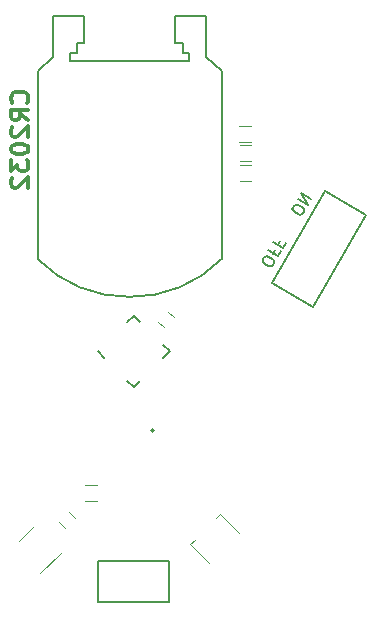
<source format=gbo>
G04 #@! TF.FileFunction,Legend,Bot*
%FSLAX46Y46*%
G04 Gerber Fmt 4.6, Leading zero omitted, Abs format (unit mm)*
G04 Created by KiCad (PCBNEW 4.0.5+dfsg1-4) date Thu Nov 23 17:58:13 2017*
%MOMM*%
%LPD*%
G01*
G04 APERTURE LIST*
%ADD10C,0.100000*%
%ADD11C,0.150000*%
%ADD12C,0.300000*%
%ADD13C,0.120000*%
G04 APERTURE END LIST*
D10*
D11*
X149651823Y-117549604D02*
X149747061Y-117384646D01*
X149753441Y-117278358D01*
X149718582Y-117148261D01*
X149577434Y-117011784D01*
X149288758Y-116845117D01*
X149099992Y-116791118D01*
X148969894Y-116825977D01*
X148881036Y-116884646D01*
X148785798Y-117049604D01*
X148779418Y-117155892D01*
X148814277Y-117285990D01*
X148955425Y-117422467D01*
X149244101Y-117589134D01*
X149432867Y-117643133D01*
X149562965Y-117608273D01*
X149651823Y-117549604D01*
X149834669Y-116280526D02*
X149668002Y-116569202D01*
X149214369Y-116307297D02*
X150080394Y-116807297D01*
X150318490Y-116394903D01*
X150263240Y-115538218D02*
X150096573Y-115826894D01*
X149642941Y-115564989D02*
X150508966Y-116064989D01*
X150747061Y-115652596D01*
X152175633Y-113178237D02*
X152270871Y-113013279D01*
X152277251Y-112906991D01*
X152242392Y-112776894D01*
X152101244Y-112640416D01*
X151812568Y-112473749D01*
X151623802Y-112419751D01*
X151493704Y-112454610D01*
X151404846Y-112513279D01*
X151309608Y-112678237D01*
X151303228Y-112784525D01*
X151338087Y-112914623D01*
X151479235Y-113051100D01*
X151767911Y-113217767D01*
X151956677Y-113271766D01*
X152086775Y-113236906D01*
X152175633Y-113178237D01*
X151738179Y-111935930D02*
X152604204Y-112435930D01*
X152023894Y-111441058D01*
X152889919Y-111941058D01*
D12*
X128805714Y-103791144D02*
X128877143Y-103719715D01*
X128948571Y-103505429D01*
X128948571Y-103362572D01*
X128877143Y-103148287D01*
X128734286Y-103005429D01*
X128591429Y-102934001D01*
X128305714Y-102862572D01*
X128091429Y-102862572D01*
X127805714Y-102934001D01*
X127662857Y-103005429D01*
X127520000Y-103148287D01*
X127448571Y-103362572D01*
X127448571Y-103505429D01*
X127520000Y-103719715D01*
X127591429Y-103791144D01*
X128948571Y-105291144D02*
X128234286Y-104791144D01*
X128948571Y-104434001D02*
X127448571Y-104434001D01*
X127448571Y-105005429D01*
X127520000Y-105148287D01*
X127591429Y-105219715D01*
X127734286Y-105291144D01*
X127948571Y-105291144D01*
X128091429Y-105219715D01*
X128162857Y-105148287D01*
X128234286Y-105005429D01*
X128234286Y-104434001D01*
X127591429Y-105862572D02*
X127520000Y-105934001D01*
X127448571Y-106076858D01*
X127448571Y-106434001D01*
X127520000Y-106576858D01*
X127591429Y-106648287D01*
X127734286Y-106719715D01*
X127877143Y-106719715D01*
X128091429Y-106648287D01*
X128948571Y-105791144D01*
X128948571Y-106719715D01*
X127448571Y-107648286D02*
X127448571Y-107791143D01*
X127520000Y-107934000D01*
X127591429Y-108005429D01*
X127734286Y-108076858D01*
X128020000Y-108148286D01*
X128377143Y-108148286D01*
X128662857Y-108076858D01*
X128805714Y-108005429D01*
X128877143Y-107934000D01*
X128948571Y-107791143D01*
X128948571Y-107648286D01*
X128877143Y-107505429D01*
X128805714Y-107434000D01*
X128662857Y-107362572D01*
X128377143Y-107291143D01*
X128020000Y-107291143D01*
X127734286Y-107362572D01*
X127591429Y-107434000D01*
X127520000Y-107505429D01*
X127448571Y-107648286D01*
X127448571Y-108648286D02*
X127448571Y-109576857D01*
X128020000Y-109076857D01*
X128020000Y-109291143D01*
X128091429Y-109434000D01*
X128162857Y-109505429D01*
X128305714Y-109576857D01*
X128662857Y-109576857D01*
X128805714Y-109505429D01*
X128877143Y-109434000D01*
X128948571Y-109291143D01*
X128948571Y-108862571D01*
X128877143Y-108719714D01*
X128805714Y-108648286D01*
X127591429Y-110148285D02*
X127520000Y-110219714D01*
X127448571Y-110362571D01*
X127448571Y-110719714D01*
X127520000Y-110862571D01*
X127591429Y-110934000D01*
X127734286Y-111005428D01*
X127877143Y-111005428D01*
X128091429Y-110934000D01*
X128948571Y-110076857D01*
X128948571Y-111005428D01*
D11*
X142547062Y-99581039D02*
X142013249Y-99581039D01*
X142013249Y-99581039D02*
X142013249Y-98786118D01*
X141374753Y-96435265D02*
X144022865Y-96435265D01*
X144022865Y-96435265D02*
X144022865Y-99961128D01*
X144022865Y-99961128D02*
X145299910Y-101089359D01*
X145299910Y-101089359D02*
X145299910Y-117038471D01*
X133019972Y-98786118D02*
X133658468Y-98786118D01*
X142013249Y-98786118D02*
X141374753Y-98786118D01*
X141374753Y-98786118D02*
X141374753Y-96435265D01*
X137528748Y-120234818D02*
G75*
G03X145299910Y-117038471I138716J10707791D01*
G01*
X137516611Y-100267593D02*
X132486159Y-100267593D01*
X132486159Y-100267593D02*
X132486159Y-99581039D01*
X132486159Y-99581039D02*
X133019972Y-99581039D01*
X137516611Y-100267593D02*
X142547062Y-100267593D01*
X142547062Y-100267593D02*
X142547062Y-99581039D01*
X129741830Y-117047119D02*
G75*
G03X137516611Y-120234654I7623927J7520092D01*
G01*
X131010356Y-96435265D02*
X131010356Y-99961128D01*
X131010356Y-99961128D02*
X129733311Y-101089359D01*
X129733311Y-101089359D02*
X129733311Y-117038471D01*
X133019972Y-99581039D02*
X133019972Y-98786118D01*
X133658468Y-98786118D02*
X133658468Y-96435265D01*
X133658468Y-96435265D02*
X131010356Y-96435265D01*
D13*
X139894919Y-122328447D02*
X140389893Y-122823421D01*
X141238421Y-121974893D02*
X140743447Y-121479919D01*
X132878331Y-138921855D02*
X132383357Y-138426881D01*
X131534829Y-139275409D02*
X132029803Y-139770383D01*
D11*
X139573000Y-131572000D02*
G75*
G03X139573000Y-131572000I-127000J0D01*
G01*
D13*
X147820000Y-109048000D02*
X146820000Y-109048000D01*
X146820000Y-110408000D02*
X147820000Y-110408000D01*
X147820000Y-107397000D02*
X146820000Y-107397000D01*
X146820000Y-108757000D02*
X147820000Y-108757000D01*
X147808000Y-105746000D02*
X146808000Y-105746000D01*
X146808000Y-107106000D02*
X147808000Y-107106000D01*
D11*
X140872582Y-142606632D02*
X140872582Y-146106632D01*
X134872582Y-146106632D02*
X134872582Y-142606632D01*
X140872582Y-142606632D02*
X134872582Y-142606632D01*
X140872582Y-146106632D02*
X134872582Y-146106632D01*
D13*
X133738582Y-137492629D02*
X134738582Y-137492629D01*
X134738582Y-136132629D02*
X133738582Y-136132629D01*
X142664492Y-141151839D02*
X144276696Y-142764043D01*
X143025117Y-140791215D02*
X142664492Y-141151839D01*
X145181792Y-138634539D02*
X144821168Y-138995164D01*
X146793996Y-140246743D02*
X145181792Y-138634539D01*
D11*
X154089282Y-111298360D02*
X157553383Y-113298360D01*
X149589282Y-119092589D02*
X153053383Y-121092589D01*
X153053383Y-121092589D02*
X157553383Y-113298360D01*
X149589282Y-119092589D02*
X154089282Y-111298360D01*
D13*
X128145742Y-140882585D02*
X129418534Y-139609793D01*
X131695418Y-141886677D02*
X129963006Y-143619088D01*
D11*
X137857428Y-127897559D02*
X138405436Y-127349551D01*
X137857428Y-121816441D02*
X137309420Y-122364449D01*
X140897987Y-124857000D02*
X140349979Y-125405008D01*
X134816869Y-124857000D02*
X135364877Y-125405008D01*
X137857428Y-121816441D02*
X138405436Y-122364449D01*
X140897987Y-124857000D02*
X140349979Y-124308992D01*
X137857428Y-127897559D02*
X137309420Y-127349551D01*
M02*

</source>
